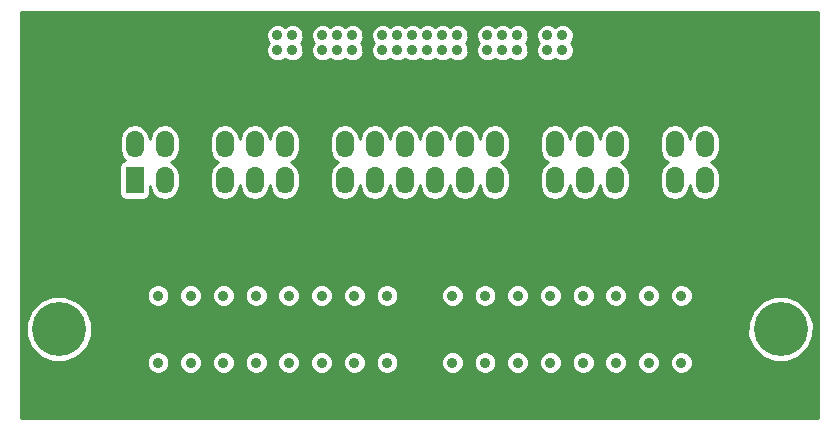
<source format=gbr>
G04 #@! TF.FileFunction,Copper,L2,Bot,Signal*
%FSLAX46Y46*%
G04 Gerber Fmt 4.6, Leading zero omitted, Abs format (unit mm)*
G04 Created by KiCad (PCBNEW 4.0.4-stable) date 2016 October 17, Monday 14:50:17*
%MOMM*%
%LPD*%
G01*
G04 APERTURE LIST*
%ADD10C,0.100000*%
%ADD11R,1.524000X2.286000*%
%ADD12O,1.524000X2.286000*%
%ADD13C,0.900000*%
%ADD14C,4.572000*%
%ADD15C,0.914400*%
%ADD16C,0.600000*%
%ADD17C,0.254000*%
G04 APERTURE END LIST*
D10*
D11*
X117419120Y-89809320D03*
D12*
X119959120Y-89809320D03*
X122499120Y-89809320D03*
X125039120Y-89809320D03*
X127579120Y-89809320D03*
X130119120Y-89809320D03*
X132659120Y-89809320D03*
X135199120Y-89809320D03*
X137739120Y-89809320D03*
X140279120Y-89809320D03*
X142819120Y-89809320D03*
X145359120Y-89809320D03*
X147899120Y-89809320D03*
X150439120Y-89809320D03*
X152979120Y-89809320D03*
X155519120Y-89809320D03*
X158059120Y-89809320D03*
X160599120Y-89809320D03*
X163139120Y-89809320D03*
X165679120Y-89809320D03*
X117419120Y-86761320D03*
X119959120Y-86761320D03*
X122499120Y-86761320D03*
X125039120Y-86761320D03*
X127579120Y-86761320D03*
X130119120Y-86761320D03*
X132659120Y-86761320D03*
X135199120Y-86761320D03*
X137739120Y-86761320D03*
X140279120Y-86761320D03*
X142819120Y-86761320D03*
X145359120Y-86761320D03*
X147899120Y-86761320D03*
X150439120Y-86761320D03*
X152979120Y-86761320D03*
X155519120Y-86761320D03*
X158059120Y-86761320D03*
X160599120Y-86761320D03*
X163139120Y-86761320D03*
X165679120Y-86761320D03*
D13*
X129499360Y-77541120D03*
X130769360Y-77541120D03*
X132039360Y-77541120D03*
X133309360Y-77541120D03*
X134579360Y-77541120D03*
X135849360Y-77541120D03*
X137119360Y-77541120D03*
X138389360Y-77541120D03*
X139659360Y-77541120D03*
X140929360Y-77541120D03*
X142199360Y-77541120D03*
X143469360Y-77541120D03*
X144739360Y-77541120D03*
X146009360Y-77541120D03*
X147279360Y-77541120D03*
X148549360Y-77541120D03*
X149819360Y-77541120D03*
X151089360Y-77541120D03*
X152359360Y-77541120D03*
X153629360Y-77541120D03*
X129499360Y-78811120D03*
X130769360Y-78811120D03*
X132039360Y-78811120D03*
X133309360Y-78811120D03*
X134579360Y-78811120D03*
X135849360Y-78811120D03*
X137119360Y-78811120D03*
X138389360Y-78811120D03*
X139659360Y-78811120D03*
X140929360Y-78811120D03*
X142199360Y-78811120D03*
X143469360Y-78811120D03*
X144739360Y-78811120D03*
X146009360Y-78811120D03*
X147279360Y-78811120D03*
X148549360Y-78811120D03*
X149819360Y-78811120D03*
X151089360Y-78811120D03*
X152359360Y-78811120D03*
X153629360Y-78811120D03*
D14*
X172105320Y-102433120D03*
X110992920Y-102433120D03*
D15*
X163697920Y-99588320D03*
X160929320Y-99588320D03*
X158160720Y-99588320D03*
X155392120Y-99588320D03*
X152623520Y-99588320D03*
X149854920Y-99588320D03*
X147086320Y-99588320D03*
X144317720Y-99588320D03*
X141549120Y-99588320D03*
X138780520Y-99588320D03*
X136011920Y-99588320D03*
X133243320Y-99588320D03*
X130474720Y-99588320D03*
X127706120Y-99588320D03*
X124937520Y-99588320D03*
X122168920Y-99588320D03*
X119400320Y-99588320D03*
X162250120Y-102433120D03*
X152623520Y-105277920D03*
X155392120Y-105277920D03*
X158160720Y-105277920D03*
X149854920Y-105277920D03*
X147086320Y-105277920D03*
X160929320Y-105277920D03*
X163697920Y-105277920D03*
X124937520Y-105277920D03*
X119400320Y-105277920D03*
X122168920Y-105277920D03*
X141549120Y-105277920D03*
X130474720Y-105277920D03*
X144317720Y-105277920D03*
X133243320Y-105277920D03*
X138780520Y-105277920D03*
X136011920Y-105277920D03*
X127706120Y-105277920D03*
X159506920Y-102433120D03*
X156738320Y-102433120D03*
X153969720Y-102433120D03*
X151226520Y-102433120D03*
X148457920Y-102433120D03*
X145689320Y-102433120D03*
X142946120Y-102433120D03*
X140152120Y-102433120D03*
X137408920Y-102433120D03*
X134640320Y-102433120D03*
X131871720Y-102433120D03*
X129128520Y-102433120D03*
X126359920Y-102433120D03*
X123591320Y-102433120D03*
X120848120Y-102433120D03*
D16*
X113515140Y-93619320D03*
X169583100Y-93619320D03*
D17*
G36*
X175256120Y-109978120D02*
X107842120Y-109978120D01*
X107842120Y-105469068D01*
X118434953Y-105469068D01*
X118581586Y-105823947D01*
X118852864Y-106095699D01*
X119207488Y-106242952D01*
X119591468Y-106243287D01*
X119946347Y-106096654D01*
X120218099Y-105825376D01*
X120365352Y-105470752D01*
X120365353Y-105469068D01*
X121203553Y-105469068D01*
X121350186Y-105823947D01*
X121621464Y-106095699D01*
X121976088Y-106242952D01*
X122360068Y-106243287D01*
X122714947Y-106096654D01*
X122986699Y-105825376D01*
X123133952Y-105470752D01*
X123133953Y-105469068D01*
X123972153Y-105469068D01*
X124118786Y-105823947D01*
X124390064Y-106095699D01*
X124744688Y-106242952D01*
X125128668Y-106243287D01*
X125483547Y-106096654D01*
X125755299Y-105825376D01*
X125902552Y-105470752D01*
X125902553Y-105469068D01*
X126740753Y-105469068D01*
X126887386Y-105823947D01*
X127158664Y-106095699D01*
X127513288Y-106242952D01*
X127897268Y-106243287D01*
X128252147Y-106096654D01*
X128523899Y-105825376D01*
X128671152Y-105470752D01*
X128671153Y-105469068D01*
X129509353Y-105469068D01*
X129655986Y-105823947D01*
X129927264Y-106095699D01*
X130281888Y-106242952D01*
X130665868Y-106243287D01*
X131020747Y-106096654D01*
X131292499Y-105825376D01*
X131439752Y-105470752D01*
X131439753Y-105469068D01*
X132277953Y-105469068D01*
X132424586Y-105823947D01*
X132695864Y-106095699D01*
X133050488Y-106242952D01*
X133434468Y-106243287D01*
X133789347Y-106096654D01*
X134061099Y-105825376D01*
X134208352Y-105470752D01*
X134208353Y-105469068D01*
X135046553Y-105469068D01*
X135193186Y-105823947D01*
X135464464Y-106095699D01*
X135819088Y-106242952D01*
X136203068Y-106243287D01*
X136557947Y-106096654D01*
X136829699Y-105825376D01*
X136976952Y-105470752D01*
X136976953Y-105469068D01*
X137815153Y-105469068D01*
X137961786Y-105823947D01*
X138233064Y-106095699D01*
X138587688Y-106242952D01*
X138971668Y-106243287D01*
X139326547Y-106096654D01*
X139598299Y-105825376D01*
X139745552Y-105470752D01*
X139745553Y-105469068D01*
X143352353Y-105469068D01*
X143498986Y-105823947D01*
X143770264Y-106095699D01*
X144124888Y-106242952D01*
X144508868Y-106243287D01*
X144863747Y-106096654D01*
X145135499Y-105825376D01*
X145282752Y-105470752D01*
X145282753Y-105469068D01*
X146120953Y-105469068D01*
X146267586Y-105823947D01*
X146538864Y-106095699D01*
X146893488Y-106242952D01*
X147277468Y-106243287D01*
X147632347Y-106096654D01*
X147904099Y-105825376D01*
X148051352Y-105470752D01*
X148051353Y-105469068D01*
X148889553Y-105469068D01*
X149036186Y-105823947D01*
X149307464Y-106095699D01*
X149662088Y-106242952D01*
X150046068Y-106243287D01*
X150400947Y-106096654D01*
X150672699Y-105825376D01*
X150819952Y-105470752D01*
X150819953Y-105469068D01*
X151658153Y-105469068D01*
X151804786Y-105823947D01*
X152076064Y-106095699D01*
X152430688Y-106242952D01*
X152814668Y-106243287D01*
X153169547Y-106096654D01*
X153441299Y-105825376D01*
X153588552Y-105470752D01*
X153588553Y-105469068D01*
X154426753Y-105469068D01*
X154573386Y-105823947D01*
X154844664Y-106095699D01*
X155199288Y-106242952D01*
X155583268Y-106243287D01*
X155938147Y-106096654D01*
X156209899Y-105825376D01*
X156357152Y-105470752D01*
X156357153Y-105469068D01*
X157195353Y-105469068D01*
X157341986Y-105823947D01*
X157613264Y-106095699D01*
X157967888Y-106242952D01*
X158351868Y-106243287D01*
X158706747Y-106096654D01*
X158978499Y-105825376D01*
X159125752Y-105470752D01*
X159125753Y-105469068D01*
X159963953Y-105469068D01*
X160110586Y-105823947D01*
X160381864Y-106095699D01*
X160736488Y-106242952D01*
X161120468Y-106243287D01*
X161475347Y-106096654D01*
X161747099Y-105825376D01*
X161894352Y-105470752D01*
X161894353Y-105469068D01*
X162732553Y-105469068D01*
X162879186Y-105823947D01*
X163150464Y-106095699D01*
X163505088Y-106242952D01*
X163889068Y-106243287D01*
X164243947Y-106096654D01*
X164515699Y-105825376D01*
X164662952Y-105470752D01*
X164663287Y-105086772D01*
X164516654Y-104731893D01*
X164245376Y-104460141D01*
X163890752Y-104312888D01*
X163506772Y-104312553D01*
X163151893Y-104459186D01*
X162880141Y-104730464D01*
X162732888Y-105085088D01*
X162732553Y-105469068D01*
X161894353Y-105469068D01*
X161894687Y-105086772D01*
X161748054Y-104731893D01*
X161476776Y-104460141D01*
X161122152Y-104312888D01*
X160738172Y-104312553D01*
X160383293Y-104459186D01*
X160111541Y-104730464D01*
X159964288Y-105085088D01*
X159963953Y-105469068D01*
X159125753Y-105469068D01*
X159126087Y-105086772D01*
X158979454Y-104731893D01*
X158708176Y-104460141D01*
X158353552Y-104312888D01*
X157969572Y-104312553D01*
X157614693Y-104459186D01*
X157342941Y-104730464D01*
X157195688Y-105085088D01*
X157195353Y-105469068D01*
X156357153Y-105469068D01*
X156357487Y-105086772D01*
X156210854Y-104731893D01*
X155939576Y-104460141D01*
X155584952Y-104312888D01*
X155200972Y-104312553D01*
X154846093Y-104459186D01*
X154574341Y-104730464D01*
X154427088Y-105085088D01*
X154426753Y-105469068D01*
X153588553Y-105469068D01*
X153588887Y-105086772D01*
X153442254Y-104731893D01*
X153170976Y-104460141D01*
X152816352Y-104312888D01*
X152432372Y-104312553D01*
X152077493Y-104459186D01*
X151805741Y-104730464D01*
X151658488Y-105085088D01*
X151658153Y-105469068D01*
X150819953Y-105469068D01*
X150820287Y-105086772D01*
X150673654Y-104731893D01*
X150402376Y-104460141D01*
X150047752Y-104312888D01*
X149663772Y-104312553D01*
X149308893Y-104459186D01*
X149037141Y-104730464D01*
X148889888Y-105085088D01*
X148889553Y-105469068D01*
X148051353Y-105469068D01*
X148051687Y-105086772D01*
X147905054Y-104731893D01*
X147633776Y-104460141D01*
X147279152Y-104312888D01*
X146895172Y-104312553D01*
X146540293Y-104459186D01*
X146268541Y-104730464D01*
X146121288Y-105085088D01*
X146120953Y-105469068D01*
X145282753Y-105469068D01*
X145283087Y-105086772D01*
X145136454Y-104731893D01*
X144865176Y-104460141D01*
X144510552Y-104312888D01*
X144126572Y-104312553D01*
X143771693Y-104459186D01*
X143499941Y-104730464D01*
X143352688Y-105085088D01*
X143352353Y-105469068D01*
X139745553Y-105469068D01*
X139745887Y-105086772D01*
X139599254Y-104731893D01*
X139327976Y-104460141D01*
X138973352Y-104312888D01*
X138589372Y-104312553D01*
X138234493Y-104459186D01*
X137962741Y-104730464D01*
X137815488Y-105085088D01*
X137815153Y-105469068D01*
X136976953Y-105469068D01*
X136977287Y-105086772D01*
X136830654Y-104731893D01*
X136559376Y-104460141D01*
X136204752Y-104312888D01*
X135820772Y-104312553D01*
X135465893Y-104459186D01*
X135194141Y-104730464D01*
X135046888Y-105085088D01*
X135046553Y-105469068D01*
X134208353Y-105469068D01*
X134208687Y-105086772D01*
X134062054Y-104731893D01*
X133790776Y-104460141D01*
X133436152Y-104312888D01*
X133052172Y-104312553D01*
X132697293Y-104459186D01*
X132425541Y-104730464D01*
X132278288Y-105085088D01*
X132277953Y-105469068D01*
X131439753Y-105469068D01*
X131440087Y-105086772D01*
X131293454Y-104731893D01*
X131022176Y-104460141D01*
X130667552Y-104312888D01*
X130283572Y-104312553D01*
X129928693Y-104459186D01*
X129656941Y-104730464D01*
X129509688Y-105085088D01*
X129509353Y-105469068D01*
X128671153Y-105469068D01*
X128671487Y-105086772D01*
X128524854Y-104731893D01*
X128253576Y-104460141D01*
X127898952Y-104312888D01*
X127514972Y-104312553D01*
X127160093Y-104459186D01*
X126888341Y-104730464D01*
X126741088Y-105085088D01*
X126740753Y-105469068D01*
X125902553Y-105469068D01*
X125902887Y-105086772D01*
X125756254Y-104731893D01*
X125484976Y-104460141D01*
X125130352Y-104312888D01*
X124746372Y-104312553D01*
X124391493Y-104459186D01*
X124119741Y-104730464D01*
X123972488Y-105085088D01*
X123972153Y-105469068D01*
X123133953Y-105469068D01*
X123134287Y-105086772D01*
X122987654Y-104731893D01*
X122716376Y-104460141D01*
X122361752Y-104312888D01*
X121977772Y-104312553D01*
X121622893Y-104459186D01*
X121351141Y-104730464D01*
X121203888Y-105085088D01*
X121203553Y-105469068D01*
X120365353Y-105469068D01*
X120365687Y-105086772D01*
X120219054Y-104731893D01*
X119947776Y-104460141D01*
X119593152Y-104312888D01*
X119209172Y-104312553D01*
X118854293Y-104459186D01*
X118582541Y-104730464D01*
X118435288Y-105085088D01*
X118434953Y-105469068D01*
X107842120Y-105469068D01*
X107842120Y-102986443D01*
X108198436Y-102986443D01*
X108622901Y-104013726D01*
X109408180Y-104800377D01*
X110434721Y-105226634D01*
X111546243Y-105227604D01*
X112573526Y-104803139D01*
X113360177Y-104017860D01*
X113786434Y-102991319D01*
X113786438Y-102986443D01*
X169310836Y-102986443D01*
X169735301Y-104013726D01*
X170520580Y-104800377D01*
X171547121Y-105226634D01*
X172658643Y-105227604D01*
X173685926Y-104803139D01*
X174472577Y-104017860D01*
X174898834Y-102991319D01*
X174899804Y-101879797D01*
X174475339Y-100852514D01*
X173690060Y-100065863D01*
X172663519Y-99639606D01*
X171551997Y-99638636D01*
X170524714Y-100063101D01*
X169738063Y-100848380D01*
X169311806Y-101874921D01*
X169310836Y-102986443D01*
X113786438Y-102986443D01*
X113787404Y-101879797D01*
X113362939Y-100852514D01*
X112577660Y-100065863D01*
X111887945Y-99779468D01*
X118434953Y-99779468D01*
X118581586Y-100134347D01*
X118852864Y-100406099D01*
X119207488Y-100553352D01*
X119591468Y-100553687D01*
X119946347Y-100407054D01*
X120218099Y-100135776D01*
X120365352Y-99781152D01*
X120365353Y-99779468D01*
X121203553Y-99779468D01*
X121350186Y-100134347D01*
X121621464Y-100406099D01*
X121976088Y-100553352D01*
X122360068Y-100553687D01*
X122714947Y-100407054D01*
X122986699Y-100135776D01*
X123133952Y-99781152D01*
X123133953Y-99779468D01*
X123972153Y-99779468D01*
X124118786Y-100134347D01*
X124390064Y-100406099D01*
X124744688Y-100553352D01*
X125128668Y-100553687D01*
X125483547Y-100407054D01*
X125755299Y-100135776D01*
X125902552Y-99781152D01*
X125902553Y-99779468D01*
X126740753Y-99779468D01*
X126887386Y-100134347D01*
X127158664Y-100406099D01*
X127513288Y-100553352D01*
X127897268Y-100553687D01*
X128252147Y-100407054D01*
X128523899Y-100135776D01*
X128671152Y-99781152D01*
X128671153Y-99779468D01*
X129509353Y-99779468D01*
X129655986Y-100134347D01*
X129927264Y-100406099D01*
X130281888Y-100553352D01*
X130665868Y-100553687D01*
X131020747Y-100407054D01*
X131292499Y-100135776D01*
X131439752Y-99781152D01*
X131439753Y-99779468D01*
X132277953Y-99779468D01*
X132424586Y-100134347D01*
X132695864Y-100406099D01*
X133050488Y-100553352D01*
X133434468Y-100553687D01*
X133789347Y-100407054D01*
X134061099Y-100135776D01*
X134208352Y-99781152D01*
X134208353Y-99779468D01*
X135046553Y-99779468D01*
X135193186Y-100134347D01*
X135464464Y-100406099D01*
X135819088Y-100553352D01*
X136203068Y-100553687D01*
X136557947Y-100407054D01*
X136829699Y-100135776D01*
X136976952Y-99781152D01*
X136976953Y-99779468D01*
X137815153Y-99779468D01*
X137961786Y-100134347D01*
X138233064Y-100406099D01*
X138587688Y-100553352D01*
X138971668Y-100553687D01*
X139326547Y-100407054D01*
X139598299Y-100135776D01*
X139745552Y-99781152D01*
X139745553Y-99779468D01*
X143352353Y-99779468D01*
X143498986Y-100134347D01*
X143770264Y-100406099D01*
X144124888Y-100553352D01*
X144508868Y-100553687D01*
X144863747Y-100407054D01*
X145135499Y-100135776D01*
X145282752Y-99781152D01*
X145282753Y-99779468D01*
X146120953Y-99779468D01*
X146267586Y-100134347D01*
X146538864Y-100406099D01*
X146893488Y-100553352D01*
X147277468Y-100553687D01*
X147632347Y-100407054D01*
X147904099Y-100135776D01*
X148051352Y-99781152D01*
X148051353Y-99779468D01*
X148889553Y-99779468D01*
X149036186Y-100134347D01*
X149307464Y-100406099D01*
X149662088Y-100553352D01*
X150046068Y-100553687D01*
X150400947Y-100407054D01*
X150672699Y-100135776D01*
X150819952Y-99781152D01*
X150819953Y-99779468D01*
X151658153Y-99779468D01*
X151804786Y-100134347D01*
X152076064Y-100406099D01*
X152430688Y-100553352D01*
X152814668Y-100553687D01*
X153169547Y-100407054D01*
X153441299Y-100135776D01*
X153588552Y-99781152D01*
X153588553Y-99779468D01*
X154426753Y-99779468D01*
X154573386Y-100134347D01*
X154844664Y-100406099D01*
X155199288Y-100553352D01*
X155583268Y-100553687D01*
X155938147Y-100407054D01*
X156209899Y-100135776D01*
X156357152Y-99781152D01*
X156357153Y-99779468D01*
X157195353Y-99779468D01*
X157341986Y-100134347D01*
X157613264Y-100406099D01*
X157967888Y-100553352D01*
X158351868Y-100553687D01*
X158706747Y-100407054D01*
X158978499Y-100135776D01*
X159125752Y-99781152D01*
X159125753Y-99779468D01*
X159963953Y-99779468D01*
X160110586Y-100134347D01*
X160381864Y-100406099D01*
X160736488Y-100553352D01*
X161120468Y-100553687D01*
X161475347Y-100407054D01*
X161747099Y-100135776D01*
X161894352Y-99781152D01*
X161894353Y-99779468D01*
X162732553Y-99779468D01*
X162879186Y-100134347D01*
X163150464Y-100406099D01*
X163505088Y-100553352D01*
X163889068Y-100553687D01*
X164243947Y-100407054D01*
X164515699Y-100135776D01*
X164662952Y-99781152D01*
X164663287Y-99397172D01*
X164516654Y-99042293D01*
X164245376Y-98770541D01*
X163890752Y-98623288D01*
X163506772Y-98622953D01*
X163151893Y-98769586D01*
X162880141Y-99040864D01*
X162732888Y-99395488D01*
X162732553Y-99779468D01*
X161894353Y-99779468D01*
X161894687Y-99397172D01*
X161748054Y-99042293D01*
X161476776Y-98770541D01*
X161122152Y-98623288D01*
X160738172Y-98622953D01*
X160383293Y-98769586D01*
X160111541Y-99040864D01*
X159964288Y-99395488D01*
X159963953Y-99779468D01*
X159125753Y-99779468D01*
X159126087Y-99397172D01*
X158979454Y-99042293D01*
X158708176Y-98770541D01*
X158353552Y-98623288D01*
X157969572Y-98622953D01*
X157614693Y-98769586D01*
X157342941Y-99040864D01*
X157195688Y-99395488D01*
X157195353Y-99779468D01*
X156357153Y-99779468D01*
X156357487Y-99397172D01*
X156210854Y-99042293D01*
X155939576Y-98770541D01*
X155584952Y-98623288D01*
X155200972Y-98622953D01*
X154846093Y-98769586D01*
X154574341Y-99040864D01*
X154427088Y-99395488D01*
X154426753Y-99779468D01*
X153588553Y-99779468D01*
X153588887Y-99397172D01*
X153442254Y-99042293D01*
X153170976Y-98770541D01*
X152816352Y-98623288D01*
X152432372Y-98622953D01*
X152077493Y-98769586D01*
X151805741Y-99040864D01*
X151658488Y-99395488D01*
X151658153Y-99779468D01*
X150819953Y-99779468D01*
X150820287Y-99397172D01*
X150673654Y-99042293D01*
X150402376Y-98770541D01*
X150047752Y-98623288D01*
X149663772Y-98622953D01*
X149308893Y-98769586D01*
X149037141Y-99040864D01*
X148889888Y-99395488D01*
X148889553Y-99779468D01*
X148051353Y-99779468D01*
X148051687Y-99397172D01*
X147905054Y-99042293D01*
X147633776Y-98770541D01*
X147279152Y-98623288D01*
X146895172Y-98622953D01*
X146540293Y-98769586D01*
X146268541Y-99040864D01*
X146121288Y-99395488D01*
X146120953Y-99779468D01*
X145282753Y-99779468D01*
X145283087Y-99397172D01*
X145136454Y-99042293D01*
X144865176Y-98770541D01*
X144510552Y-98623288D01*
X144126572Y-98622953D01*
X143771693Y-98769586D01*
X143499941Y-99040864D01*
X143352688Y-99395488D01*
X143352353Y-99779468D01*
X139745553Y-99779468D01*
X139745887Y-99397172D01*
X139599254Y-99042293D01*
X139327976Y-98770541D01*
X138973352Y-98623288D01*
X138589372Y-98622953D01*
X138234493Y-98769586D01*
X137962741Y-99040864D01*
X137815488Y-99395488D01*
X137815153Y-99779468D01*
X136976953Y-99779468D01*
X136977287Y-99397172D01*
X136830654Y-99042293D01*
X136559376Y-98770541D01*
X136204752Y-98623288D01*
X135820772Y-98622953D01*
X135465893Y-98769586D01*
X135194141Y-99040864D01*
X135046888Y-99395488D01*
X135046553Y-99779468D01*
X134208353Y-99779468D01*
X134208687Y-99397172D01*
X134062054Y-99042293D01*
X133790776Y-98770541D01*
X133436152Y-98623288D01*
X133052172Y-98622953D01*
X132697293Y-98769586D01*
X132425541Y-99040864D01*
X132278288Y-99395488D01*
X132277953Y-99779468D01*
X131439753Y-99779468D01*
X131440087Y-99397172D01*
X131293454Y-99042293D01*
X131022176Y-98770541D01*
X130667552Y-98623288D01*
X130283572Y-98622953D01*
X129928693Y-98769586D01*
X129656941Y-99040864D01*
X129509688Y-99395488D01*
X129509353Y-99779468D01*
X128671153Y-99779468D01*
X128671487Y-99397172D01*
X128524854Y-99042293D01*
X128253576Y-98770541D01*
X127898952Y-98623288D01*
X127514972Y-98622953D01*
X127160093Y-98769586D01*
X126888341Y-99040864D01*
X126741088Y-99395488D01*
X126740753Y-99779468D01*
X125902553Y-99779468D01*
X125902887Y-99397172D01*
X125756254Y-99042293D01*
X125484976Y-98770541D01*
X125130352Y-98623288D01*
X124746372Y-98622953D01*
X124391493Y-98769586D01*
X124119741Y-99040864D01*
X123972488Y-99395488D01*
X123972153Y-99779468D01*
X123133953Y-99779468D01*
X123134287Y-99397172D01*
X122987654Y-99042293D01*
X122716376Y-98770541D01*
X122361752Y-98623288D01*
X121977772Y-98622953D01*
X121622893Y-98769586D01*
X121351141Y-99040864D01*
X121203888Y-99395488D01*
X121203553Y-99779468D01*
X120365353Y-99779468D01*
X120365687Y-99397172D01*
X120219054Y-99042293D01*
X119947776Y-98770541D01*
X119593152Y-98623288D01*
X119209172Y-98622953D01*
X118854293Y-98769586D01*
X118582541Y-99040864D01*
X118435288Y-99395488D01*
X118434953Y-99779468D01*
X111887945Y-99779468D01*
X111551119Y-99639606D01*
X110439597Y-99638636D01*
X109412314Y-100063101D01*
X108625663Y-100848380D01*
X108199406Y-101874921D01*
X108198436Y-102986443D01*
X107842120Y-102986443D01*
X107842120Y-88666320D01*
X116139168Y-88666320D01*
X116139168Y-90952320D01*
X116174590Y-91140573D01*
X116285848Y-91313473D01*
X116455608Y-91429465D01*
X116657120Y-91470272D01*
X118181120Y-91470272D01*
X118369373Y-91434850D01*
X118542273Y-91323592D01*
X118658265Y-91153832D01*
X118699072Y-90952320D01*
X118699072Y-90272697D01*
X118785793Y-90708673D01*
X119061094Y-91120691D01*
X119473112Y-91395992D01*
X119959120Y-91492665D01*
X120445128Y-91395992D01*
X120857146Y-91120691D01*
X121132447Y-90708673D01*
X121229120Y-90222665D01*
X121229120Y-89395975D01*
X121132447Y-88909967D01*
X120857146Y-88497949D01*
X120538923Y-88285320D01*
X120857146Y-88072691D01*
X121132447Y-87660673D01*
X121229120Y-87174665D01*
X121229120Y-86347975D01*
X123769120Y-86347975D01*
X123769120Y-87174665D01*
X123865793Y-87660673D01*
X124141094Y-88072691D01*
X124459317Y-88285320D01*
X124141094Y-88497949D01*
X123865793Y-88909967D01*
X123769120Y-89395975D01*
X123769120Y-90222665D01*
X123865793Y-90708673D01*
X124141094Y-91120691D01*
X124553112Y-91395992D01*
X125039120Y-91492665D01*
X125525128Y-91395992D01*
X125937146Y-91120691D01*
X126212447Y-90708673D01*
X126309120Y-90222665D01*
X126405793Y-90708673D01*
X126681094Y-91120691D01*
X127093112Y-91395992D01*
X127579120Y-91492665D01*
X128065128Y-91395992D01*
X128477146Y-91120691D01*
X128752447Y-90708673D01*
X128849120Y-90222665D01*
X128945793Y-90708673D01*
X129221094Y-91120691D01*
X129633112Y-91395992D01*
X130119120Y-91492665D01*
X130605128Y-91395992D01*
X131017146Y-91120691D01*
X131292447Y-90708673D01*
X131389120Y-90222665D01*
X131389120Y-89395975D01*
X131292447Y-88909967D01*
X131017146Y-88497949D01*
X130698923Y-88285320D01*
X131017146Y-88072691D01*
X131292447Y-87660673D01*
X131389120Y-87174665D01*
X131389120Y-86347975D01*
X133929120Y-86347975D01*
X133929120Y-87174665D01*
X134025793Y-87660673D01*
X134301094Y-88072691D01*
X134619317Y-88285320D01*
X134301094Y-88497949D01*
X134025793Y-88909967D01*
X133929120Y-89395975D01*
X133929120Y-90222665D01*
X134025793Y-90708673D01*
X134301094Y-91120691D01*
X134713112Y-91395992D01*
X135199120Y-91492665D01*
X135685128Y-91395992D01*
X136097146Y-91120691D01*
X136372447Y-90708673D01*
X136469120Y-90222665D01*
X136565793Y-90708673D01*
X136841094Y-91120691D01*
X137253112Y-91395992D01*
X137739120Y-91492665D01*
X138225128Y-91395992D01*
X138637146Y-91120691D01*
X138912447Y-90708673D01*
X139009120Y-90222665D01*
X139105793Y-90708673D01*
X139381094Y-91120691D01*
X139793112Y-91395992D01*
X140279120Y-91492665D01*
X140765128Y-91395992D01*
X141177146Y-91120691D01*
X141452447Y-90708673D01*
X141549120Y-90222665D01*
X141645793Y-90708673D01*
X141921094Y-91120691D01*
X142333112Y-91395992D01*
X142819120Y-91492665D01*
X143305128Y-91395992D01*
X143717146Y-91120691D01*
X143992447Y-90708673D01*
X144089120Y-90222665D01*
X144185793Y-90708673D01*
X144461094Y-91120691D01*
X144873112Y-91395992D01*
X145359120Y-91492665D01*
X145845128Y-91395992D01*
X146257146Y-91120691D01*
X146532447Y-90708673D01*
X146629120Y-90222665D01*
X146725793Y-90708673D01*
X147001094Y-91120691D01*
X147413112Y-91395992D01*
X147899120Y-91492665D01*
X148385128Y-91395992D01*
X148797146Y-91120691D01*
X149072447Y-90708673D01*
X149169120Y-90222665D01*
X149169120Y-89395975D01*
X149072447Y-88909967D01*
X148797146Y-88497949D01*
X148478923Y-88285320D01*
X148797146Y-88072691D01*
X149072447Y-87660673D01*
X149169120Y-87174665D01*
X149169120Y-86347975D01*
X151709120Y-86347975D01*
X151709120Y-87174665D01*
X151805793Y-87660673D01*
X152081094Y-88072691D01*
X152399317Y-88285320D01*
X152081094Y-88497949D01*
X151805793Y-88909967D01*
X151709120Y-89395975D01*
X151709120Y-90222665D01*
X151805793Y-90708673D01*
X152081094Y-91120691D01*
X152493112Y-91395992D01*
X152979120Y-91492665D01*
X153465128Y-91395992D01*
X153877146Y-91120691D01*
X154152447Y-90708673D01*
X154249120Y-90222665D01*
X154345793Y-90708673D01*
X154621094Y-91120691D01*
X155033112Y-91395992D01*
X155519120Y-91492665D01*
X156005128Y-91395992D01*
X156417146Y-91120691D01*
X156692447Y-90708673D01*
X156789120Y-90222665D01*
X156885793Y-90708673D01*
X157161094Y-91120691D01*
X157573112Y-91395992D01*
X158059120Y-91492665D01*
X158545128Y-91395992D01*
X158957146Y-91120691D01*
X159232447Y-90708673D01*
X159329120Y-90222665D01*
X159329120Y-89395975D01*
X159232447Y-88909967D01*
X158957146Y-88497949D01*
X158638923Y-88285320D01*
X158957146Y-88072691D01*
X159232447Y-87660673D01*
X159329120Y-87174665D01*
X159329120Y-86347975D01*
X161869120Y-86347975D01*
X161869120Y-87174665D01*
X161965793Y-87660673D01*
X162241094Y-88072691D01*
X162559317Y-88285320D01*
X162241094Y-88497949D01*
X161965793Y-88909967D01*
X161869120Y-89395975D01*
X161869120Y-90222665D01*
X161965793Y-90708673D01*
X162241094Y-91120691D01*
X162653112Y-91395992D01*
X163139120Y-91492665D01*
X163625128Y-91395992D01*
X164037146Y-91120691D01*
X164312447Y-90708673D01*
X164409120Y-90222665D01*
X164505793Y-90708673D01*
X164781094Y-91120691D01*
X165193112Y-91395992D01*
X165679120Y-91492665D01*
X166165128Y-91395992D01*
X166577146Y-91120691D01*
X166852447Y-90708673D01*
X166949120Y-90222665D01*
X166949120Y-89395975D01*
X166852447Y-88909967D01*
X166577146Y-88497949D01*
X166258923Y-88285320D01*
X166577146Y-88072691D01*
X166852447Y-87660673D01*
X166949120Y-87174665D01*
X166949120Y-86347975D01*
X166852447Y-85861967D01*
X166577146Y-85449949D01*
X166165128Y-85174648D01*
X165679120Y-85077975D01*
X165193112Y-85174648D01*
X164781094Y-85449949D01*
X164505793Y-85861967D01*
X164409120Y-86347975D01*
X164312447Y-85861967D01*
X164037146Y-85449949D01*
X163625128Y-85174648D01*
X163139120Y-85077975D01*
X162653112Y-85174648D01*
X162241094Y-85449949D01*
X161965793Y-85861967D01*
X161869120Y-86347975D01*
X159329120Y-86347975D01*
X159232447Y-85861967D01*
X158957146Y-85449949D01*
X158545128Y-85174648D01*
X158059120Y-85077975D01*
X157573112Y-85174648D01*
X157161094Y-85449949D01*
X156885793Y-85861967D01*
X156789120Y-86347975D01*
X156692447Y-85861967D01*
X156417146Y-85449949D01*
X156005128Y-85174648D01*
X155519120Y-85077975D01*
X155033112Y-85174648D01*
X154621094Y-85449949D01*
X154345793Y-85861967D01*
X154249120Y-86347975D01*
X154152447Y-85861967D01*
X153877146Y-85449949D01*
X153465128Y-85174648D01*
X152979120Y-85077975D01*
X152493112Y-85174648D01*
X152081094Y-85449949D01*
X151805793Y-85861967D01*
X151709120Y-86347975D01*
X149169120Y-86347975D01*
X149072447Y-85861967D01*
X148797146Y-85449949D01*
X148385128Y-85174648D01*
X147899120Y-85077975D01*
X147413112Y-85174648D01*
X147001094Y-85449949D01*
X146725793Y-85861967D01*
X146629120Y-86347975D01*
X146532447Y-85861967D01*
X146257146Y-85449949D01*
X145845128Y-85174648D01*
X145359120Y-85077975D01*
X144873112Y-85174648D01*
X144461094Y-85449949D01*
X144185793Y-85861967D01*
X144089120Y-86347975D01*
X143992447Y-85861967D01*
X143717146Y-85449949D01*
X143305128Y-85174648D01*
X142819120Y-85077975D01*
X142333112Y-85174648D01*
X141921094Y-85449949D01*
X141645793Y-85861967D01*
X141549120Y-86347975D01*
X141452447Y-85861967D01*
X141177146Y-85449949D01*
X140765128Y-85174648D01*
X140279120Y-85077975D01*
X139793112Y-85174648D01*
X139381094Y-85449949D01*
X139105793Y-85861967D01*
X139009120Y-86347975D01*
X138912447Y-85861967D01*
X138637146Y-85449949D01*
X138225128Y-85174648D01*
X137739120Y-85077975D01*
X137253112Y-85174648D01*
X136841094Y-85449949D01*
X136565793Y-85861967D01*
X136469120Y-86347975D01*
X136372447Y-85861967D01*
X136097146Y-85449949D01*
X135685128Y-85174648D01*
X135199120Y-85077975D01*
X134713112Y-85174648D01*
X134301094Y-85449949D01*
X134025793Y-85861967D01*
X133929120Y-86347975D01*
X131389120Y-86347975D01*
X131292447Y-85861967D01*
X131017146Y-85449949D01*
X130605128Y-85174648D01*
X130119120Y-85077975D01*
X129633112Y-85174648D01*
X129221094Y-85449949D01*
X128945793Y-85861967D01*
X128849120Y-86347975D01*
X128752447Y-85861967D01*
X128477146Y-85449949D01*
X128065128Y-85174648D01*
X127579120Y-85077975D01*
X127093112Y-85174648D01*
X126681094Y-85449949D01*
X126405793Y-85861967D01*
X126309120Y-86347975D01*
X126212447Y-85861967D01*
X125937146Y-85449949D01*
X125525128Y-85174648D01*
X125039120Y-85077975D01*
X124553112Y-85174648D01*
X124141094Y-85449949D01*
X123865793Y-85861967D01*
X123769120Y-86347975D01*
X121229120Y-86347975D01*
X121132447Y-85861967D01*
X120857146Y-85449949D01*
X120445128Y-85174648D01*
X119959120Y-85077975D01*
X119473112Y-85174648D01*
X119061094Y-85449949D01*
X118785793Y-85861967D01*
X118689120Y-86347975D01*
X118592447Y-85861967D01*
X118317146Y-85449949D01*
X117905128Y-85174648D01*
X117419120Y-85077975D01*
X116933112Y-85174648D01*
X116521094Y-85449949D01*
X116245793Y-85861967D01*
X116149120Y-86347975D01*
X116149120Y-87174665D01*
X116245793Y-87660673D01*
X116521094Y-88072691D01*
X116639355Y-88151711D01*
X116468867Y-88183790D01*
X116295967Y-88295048D01*
X116179975Y-88464808D01*
X116139168Y-88666320D01*
X107842120Y-88666320D01*
X107842120Y-77730842D01*
X128541194Y-77730842D01*
X128686734Y-78083074D01*
X128779544Y-78176046D01*
X128687681Y-78267748D01*
X128541527Y-78619726D01*
X128541194Y-79000842D01*
X128686734Y-79353074D01*
X128955988Y-79622799D01*
X129307966Y-79768953D01*
X129689082Y-79769286D01*
X130041314Y-79623746D01*
X130134286Y-79530936D01*
X130225988Y-79622799D01*
X130577966Y-79768953D01*
X130959082Y-79769286D01*
X131311314Y-79623746D01*
X131581039Y-79354492D01*
X131727193Y-79002514D01*
X131727526Y-78621398D01*
X131581986Y-78269166D01*
X131489176Y-78176194D01*
X131581039Y-78084492D01*
X131727193Y-77732514D01*
X131727194Y-77730842D01*
X132351194Y-77730842D01*
X132496734Y-78083074D01*
X132589544Y-78176046D01*
X132497681Y-78267748D01*
X132351527Y-78619726D01*
X132351194Y-79000842D01*
X132496734Y-79353074D01*
X132765988Y-79622799D01*
X133117966Y-79768953D01*
X133499082Y-79769286D01*
X133851314Y-79623746D01*
X133944286Y-79530936D01*
X134035988Y-79622799D01*
X134387966Y-79768953D01*
X134769082Y-79769286D01*
X135121314Y-79623746D01*
X135214286Y-79530936D01*
X135305988Y-79622799D01*
X135657966Y-79768953D01*
X136039082Y-79769286D01*
X136391314Y-79623746D01*
X136661039Y-79354492D01*
X136807193Y-79002514D01*
X136807526Y-78621398D01*
X136661986Y-78269166D01*
X136569176Y-78176194D01*
X136661039Y-78084492D01*
X136807193Y-77732514D01*
X136807194Y-77730842D01*
X137431194Y-77730842D01*
X137576734Y-78083074D01*
X137669544Y-78176046D01*
X137577681Y-78267748D01*
X137431527Y-78619726D01*
X137431194Y-79000842D01*
X137576734Y-79353074D01*
X137845988Y-79622799D01*
X138197966Y-79768953D01*
X138579082Y-79769286D01*
X138931314Y-79623746D01*
X139024286Y-79530936D01*
X139115988Y-79622799D01*
X139467966Y-79768953D01*
X139849082Y-79769286D01*
X140201314Y-79623746D01*
X140294286Y-79530936D01*
X140385988Y-79622799D01*
X140737966Y-79768953D01*
X141119082Y-79769286D01*
X141471314Y-79623746D01*
X141564286Y-79530936D01*
X141655988Y-79622799D01*
X142007966Y-79768953D01*
X142389082Y-79769286D01*
X142741314Y-79623746D01*
X142834286Y-79530936D01*
X142925988Y-79622799D01*
X143277966Y-79768953D01*
X143659082Y-79769286D01*
X144011314Y-79623746D01*
X144104286Y-79530936D01*
X144195988Y-79622799D01*
X144547966Y-79768953D01*
X144929082Y-79769286D01*
X145281314Y-79623746D01*
X145551039Y-79354492D01*
X145697193Y-79002514D01*
X145697526Y-78621398D01*
X145551986Y-78269166D01*
X145459176Y-78176194D01*
X145551039Y-78084492D01*
X145697193Y-77732514D01*
X145697194Y-77730842D01*
X146321194Y-77730842D01*
X146466734Y-78083074D01*
X146559544Y-78176046D01*
X146467681Y-78267748D01*
X146321527Y-78619726D01*
X146321194Y-79000842D01*
X146466734Y-79353074D01*
X146735988Y-79622799D01*
X147087966Y-79768953D01*
X147469082Y-79769286D01*
X147821314Y-79623746D01*
X147914286Y-79530936D01*
X148005988Y-79622799D01*
X148357966Y-79768953D01*
X148739082Y-79769286D01*
X149091314Y-79623746D01*
X149184286Y-79530936D01*
X149275988Y-79622799D01*
X149627966Y-79768953D01*
X150009082Y-79769286D01*
X150361314Y-79623746D01*
X150631039Y-79354492D01*
X150777193Y-79002514D01*
X150777526Y-78621398D01*
X150631986Y-78269166D01*
X150539176Y-78176194D01*
X150631039Y-78084492D01*
X150777193Y-77732514D01*
X150777194Y-77730842D01*
X151401194Y-77730842D01*
X151546734Y-78083074D01*
X151639544Y-78176046D01*
X151547681Y-78267748D01*
X151401527Y-78619726D01*
X151401194Y-79000842D01*
X151546734Y-79353074D01*
X151815988Y-79622799D01*
X152167966Y-79768953D01*
X152549082Y-79769286D01*
X152901314Y-79623746D01*
X152994286Y-79530936D01*
X153085988Y-79622799D01*
X153437966Y-79768953D01*
X153819082Y-79769286D01*
X154171314Y-79623746D01*
X154441039Y-79354492D01*
X154587193Y-79002514D01*
X154587526Y-78621398D01*
X154441986Y-78269166D01*
X154349176Y-78176194D01*
X154441039Y-78084492D01*
X154587193Y-77732514D01*
X154587526Y-77351398D01*
X154441986Y-76999166D01*
X154172732Y-76729441D01*
X153820754Y-76583287D01*
X153439638Y-76582954D01*
X153087406Y-76728494D01*
X152994434Y-76821304D01*
X152902732Y-76729441D01*
X152550754Y-76583287D01*
X152169638Y-76582954D01*
X151817406Y-76728494D01*
X151547681Y-76997748D01*
X151401527Y-77349726D01*
X151401194Y-77730842D01*
X150777194Y-77730842D01*
X150777526Y-77351398D01*
X150631986Y-76999166D01*
X150362732Y-76729441D01*
X150010754Y-76583287D01*
X149629638Y-76582954D01*
X149277406Y-76728494D01*
X149184434Y-76821304D01*
X149092732Y-76729441D01*
X148740754Y-76583287D01*
X148359638Y-76582954D01*
X148007406Y-76728494D01*
X147914434Y-76821304D01*
X147822732Y-76729441D01*
X147470754Y-76583287D01*
X147089638Y-76582954D01*
X146737406Y-76728494D01*
X146467681Y-76997748D01*
X146321527Y-77349726D01*
X146321194Y-77730842D01*
X145697194Y-77730842D01*
X145697526Y-77351398D01*
X145551986Y-76999166D01*
X145282732Y-76729441D01*
X144930754Y-76583287D01*
X144549638Y-76582954D01*
X144197406Y-76728494D01*
X144104434Y-76821304D01*
X144012732Y-76729441D01*
X143660754Y-76583287D01*
X143279638Y-76582954D01*
X142927406Y-76728494D01*
X142834434Y-76821304D01*
X142742732Y-76729441D01*
X142390754Y-76583287D01*
X142009638Y-76582954D01*
X141657406Y-76728494D01*
X141564434Y-76821304D01*
X141472732Y-76729441D01*
X141120754Y-76583287D01*
X140739638Y-76582954D01*
X140387406Y-76728494D01*
X140294434Y-76821304D01*
X140202732Y-76729441D01*
X139850754Y-76583287D01*
X139469638Y-76582954D01*
X139117406Y-76728494D01*
X139024434Y-76821304D01*
X138932732Y-76729441D01*
X138580754Y-76583287D01*
X138199638Y-76582954D01*
X137847406Y-76728494D01*
X137577681Y-76997748D01*
X137431527Y-77349726D01*
X137431194Y-77730842D01*
X136807194Y-77730842D01*
X136807526Y-77351398D01*
X136661986Y-76999166D01*
X136392732Y-76729441D01*
X136040754Y-76583287D01*
X135659638Y-76582954D01*
X135307406Y-76728494D01*
X135214434Y-76821304D01*
X135122732Y-76729441D01*
X134770754Y-76583287D01*
X134389638Y-76582954D01*
X134037406Y-76728494D01*
X133944434Y-76821304D01*
X133852732Y-76729441D01*
X133500754Y-76583287D01*
X133119638Y-76582954D01*
X132767406Y-76728494D01*
X132497681Y-76997748D01*
X132351527Y-77349726D01*
X132351194Y-77730842D01*
X131727194Y-77730842D01*
X131727526Y-77351398D01*
X131581986Y-76999166D01*
X131312732Y-76729441D01*
X130960754Y-76583287D01*
X130579638Y-76582954D01*
X130227406Y-76728494D01*
X130134434Y-76821304D01*
X130042732Y-76729441D01*
X129690754Y-76583287D01*
X129309638Y-76582954D01*
X128957406Y-76728494D01*
X128687681Y-76997748D01*
X128541527Y-77349726D01*
X128541194Y-77730842D01*
X107842120Y-77730842D01*
X107842120Y-75584120D01*
X175256120Y-75584120D01*
X175256120Y-109978120D01*
X175256120Y-109978120D01*
G37*
X175256120Y-109978120D02*
X107842120Y-109978120D01*
X107842120Y-105469068D01*
X118434953Y-105469068D01*
X118581586Y-105823947D01*
X118852864Y-106095699D01*
X119207488Y-106242952D01*
X119591468Y-106243287D01*
X119946347Y-106096654D01*
X120218099Y-105825376D01*
X120365352Y-105470752D01*
X120365353Y-105469068D01*
X121203553Y-105469068D01*
X121350186Y-105823947D01*
X121621464Y-106095699D01*
X121976088Y-106242952D01*
X122360068Y-106243287D01*
X122714947Y-106096654D01*
X122986699Y-105825376D01*
X123133952Y-105470752D01*
X123133953Y-105469068D01*
X123972153Y-105469068D01*
X124118786Y-105823947D01*
X124390064Y-106095699D01*
X124744688Y-106242952D01*
X125128668Y-106243287D01*
X125483547Y-106096654D01*
X125755299Y-105825376D01*
X125902552Y-105470752D01*
X125902553Y-105469068D01*
X126740753Y-105469068D01*
X126887386Y-105823947D01*
X127158664Y-106095699D01*
X127513288Y-106242952D01*
X127897268Y-106243287D01*
X128252147Y-106096654D01*
X128523899Y-105825376D01*
X128671152Y-105470752D01*
X128671153Y-105469068D01*
X129509353Y-105469068D01*
X129655986Y-105823947D01*
X129927264Y-106095699D01*
X130281888Y-106242952D01*
X130665868Y-106243287D01*
X131020747Y-106096654D01*
X131292499Y-105825376D01*
X131439752Y-105470752D01*
X131439753Y-105469068D01*
X132277953Y-105469068D01*
X132424586Y-105823947D01*
X132695864Y-106095699D01*
X133050488Y-106242952D01*
X133434468Y-106243287D01*
X133789347Y-106096654D01*
X134061099Y-105825376D01*
X134208352Y-105470752D01*
X134208353Y-105469068D01*
X135046553Y-105469068D01*
X135193186Y-105823947D01*
X135464464Y-106095699D01*
X135819088Y-106242952D01*
X136203068Y-106243287D01*
X136557947Y-106096654D01*
X136829699Y-105825376D01*
X136976952Y-105470752D01*
X136976953Y-105469068D01*
X137815153Y-105469068D01*
X137961786Y-105823947D01*
X138233064Y-106095699D01*
X138587688Y-106242952D01*
X138971668Y-106243287D01*
X139326547Y-106096654D01*
X139598299Y-105825376D01*
X139745552Y-105470752D01*
X139745553Y-105469068D01*
X143352353Y-105469068D01*
X143498986Y-105823947D01*
X143770264Y-106095699D01*
X144124888Y-106242952D01*
X144508868Y-106243287D01*
X144863747Y-106096654D01*
X145135499Y-105825376D01*
X145282752Y-105470752D01*
X145282753Y-105469068D01*
X146120953Y-105469068D01*
X146267586Y-105823947D01*
X146538864Y-106095699D01*
X146893488Y-106242952D01*
X147277468Y-106243287D01*
X147632347Y-106096654D01*
X147904099Y-105825376D01*
X148051352Y-105470752D01*
X148051353Y-105469068D01*
X148889553Y-105469068D01*
X149036186Y-105823947D01*
X149307464Y-106095699D01*
X149662088Y-106242952D01*
X150046068Y-106243287D01*
X150400947Y-106096654D01*
X150672699Y-105825376D01*
X150819952Y-105470752D01*
X150819953Y-105469068D01*
X151658153Y-105469068D01*
X151804786Y-105823947D01*
X152076064Y-106095699D01*
X152430688Y-106242952D01*
X152814668Y-106243287D01*
X153169547Y-106096654D01*
X153441299Y-105825376D01*
X153588552Y-105470752D01*
X153588553Y-105469068D01*
X154426753Y-105469068D01*
X154573386Y-105823947D01*
X154844664Y-106095699D01*
X155199288Y-106242952D01*
X155583268Y-106243287D01*
X155938147Y-106096654D01*
X156209899Y-105825376D01*
X156357152Y-105470752D01*
X156357153Y-105469068D01*
X157195353Y-105469068D01*
X157341986Y-105823947D01*
X157613264Y-106095699D01*
X157967888Y-106242952D01*
X158351868Y-106243287D01*
X158706747Y-106096654D01*
X158978499Y-105825376D01*
X159125752Y-105470752D01*
X159125753Y-105469068D01*
X159963953Y-105469068D01*
X160110586Y-105823947D01*
X160381864Y-106095699D01*
X160736488Y-106242952D01*
X161120468Y-106243287D01*
X161475347Y-106096654D01*
X161747099Y-105825376D01*
X161894352Y-105470752D01*
X161894353Y-105469068D01*
X162732553Y-105469068D01*
X162879186Y-105823947D01*
X163150464Y-106095699D01*
X163505088Y-106242952D01*
X163889068Y-106243287D01*
X164243947Y-106096654D01*
X164515699Y-105825376D01*
X164662952Y-105470752D01*
X164663287Y-105086772D01*
X164516654Y-104731893D01*
X164245376Y-104460141D01*
X163890752Y-104312888D01*
X163506772Y-104312553D01*
X163151893Y-104459186D01*
X162880141Y-104730464D01*
X162732888Y-105085088D01*
X162732553Y-105469068D01*
X161894353Y-105469068D01*
X161894687Y-105086772D01*
X161748054Y-104731893D01*
X161476776Y-104460141D01*
X161122152Y-104312888D01*
X160738172Y-104312553D01*
X160383293Y-104459186D01*
X160111541Y-104730464D01*
X159964288Y-105085088D01*
X159963953Y-105469068D01*
X159125753Y-105469068D01*
X159126087Y-105086772D01*
X158979454Y-104731893D01*
X158708176Y-104460141D01*
X158353552Y-104312888D01*
X157969572Y-104312553D01*
X157614693Y-104459186D01*
X157342941Y-104730464D01*
X157195688Y-105085088D01*
X157195353Y-105469068D01*
X156357153Y-105469068D01*
X156357487Y-105086772D01*
X156210854Y-104731893D01*
X155939576Y-104460141D01*
X155584952Y-104312888D01*
X155200972Y-104312553D01*
X154846093Y-104459186D01*
X154574341Y-104730464D01*
X154427088Y-105085088D01*
X154426753Y-105469068D01*
X153588553Y-105469068D01*
X153588887Y-105086772D01*
X153442254Y-104731893D01*
X153170976Y-104460141D01*
X152816352Y-104312888D01*
X152432372Y-104312553D01*
X152077493Y-104459186D01*
X151805741Y-104730464D01*
X151658488Y-105085088D01*
X151658153Y-105469068D01*
X150819953Y-105469068D01*
X150820287Y-105086772D01*
X150673654Y-104731893D01*
X150402376Y-104460141D01*
X150047752Y-104312888D01*
X149663772Y-104312553D01*
X149308893Y-104459186D01*
X149037141Y-104730464D01*
X148889888Y-105085088D01*
X148889553Y-105469068D01*
X148051353Y-105469068D01*
X148051687Y-105086772D01*
X147905054Y-104731893D01*
X147633776Y-104460141D01*
X147279152Y-104312888D01*
X146895172Y-104312553D01*
X146540293Y-104459186D01*
X146268541Y-104730464D01*
X146121288Y-105085088D01*
X146120953Y-105469068D01*
X145282753Y-105469068D01*
X145283087Y-105086772D01*
X145136454Y-104731893D01*
X144865176Y-104460141D01*
X144510552Y-104312888D01*
X144126572Y-104312553D01*
X143771693Y-104459186D01*
X143499941Y-104730464D01*
X143352688Y-105085088D01*
X143352353Y-105469068D01*
X139745553Y-105469068D01*
X139745887Y-105086772D01*
X139599254Y-104731893D01*
X139327976Y-104460141D01*
X138973352Y-104312888D01*
X138589372Y-104312553D01*
X138234493Y-104459186D01*
X137962741Y-104730464D01*
X137815488Y-105085088D01*
X137815153Y-105469068D01*
X136976953Y-105469068D01*
X136977287Y-105086772D01*
X136830654Y-104731893D01*
X136559376Y-104460141D01*
X136204752Y-104312888D01*
X135820772Y-104312553D01*
X135465893Y-104459186D01*
X135194141Y-104730464D01*
X135046888Y-105085088D01*
X135046553Y-105469068D01*
X134208353Y-105469068D01*
X134208687Y-105086772D01*
X134062054Y-104731893D01*
X133790776Y-104460141D01*
X133436152Y-104312888D01*
X133052172Y-104312553D01*
X132697293Y-104459186D01*
X132425541Y-104730464D01*
X132278288Y-105085088D01*
X132277953Y-105469068D01*
X131439753Y-105469068D01*
X131440087Y-105086772D01*
X131293454Y-104731893D01*
X131022176Y-104460141D01*
X130667552Y-104312888D01*
X130283572Y-104312553D01*
X129928693Y-104459186D01*
X129656941Y-104730464D01*
X129509688Y-105085088D01*
X129509353Y-105469068D01*
X128671153Y-105469068D01*
X128671487Y-105086772D01*
X128524854Y-104731893D01*
X128253576Y-104460141D01*
X127898952Y-104312888D01*
X127514972Y-104312553D01*
X127160093Y-104459186D01*
X126888341Y-104730464D01*
X126741088Y-105085088D01*
X126740753Y-105469068D01*
X125902553Y-105469068D01*
X125902887Y-105086772D01*
X125756254Y-104731893D01*
X125484976Y-104460141D01*
X125130352Y-104312888D01*
X124746372Y-104312553D01*
X124391493Y-104459186D01*
X124119741Y-104730464D01*
X123972488Y-105085088D01*
X123972153Y-105469068D01*
X123133953Y-105469068D01*
X123134287Y-105086772D01*
X122987654Y-104731893D01*
X122716376Y-104460141D01*
X122361752Y-104312888D01*
X121977772Y-104312553D01*
X121622893Y-104459186D01*
X121351141Y-104730464D01*
X121203888Y-105085088D01*
X121203553Y-105469068D01*
X120365353Y-105469068D01*
X120365687Y-105086772D01*
X120219054Y-104731893D01*
X119947776Y-104460141D01*
X119593152Y-104312888D01*
X119209172Y-104312553D01*
X118854293Y-104459186D01*
X118582541Y-104730464D01*
X118435288Y-105085088D01*
X118434953Y-105469068D01*
X107842120Y-105469068D01*
X107842120Y-102986443D01*
X108198436Y-102986443D01*
X108622901Y-104013726D01*
X109408180Y-104800377D01*
X110434721Y-105226634D01*
X111546243Y-105227604D01*
X112573526Y-104803139D01*
X113360177Y-104017860D01*
X113786434Y-102991319D01*
X113786438Y-102986443D01*
X169310836Y-102986443D01*
X169735301Y-104013726D01*
X170520580Y-104800377D01*
X171547121Y-105226634D01*
X172658643Y-105227604D01*
X173685926Y-104803139D01*
X174472577Y-104017860D01*
X174898834Y-102991319D01*
X174899804Y-101879797D01*
X174475339Y-100852514D01*
X173690060Y-100065863D01*
X172663519Y-99639606D01*
X171551997Y-99638636D01*
X170524714Y-100063101D01*
X169738063Y-100848380D01*
X169311806Y-101874921D01*
X169310836Y-102986443D01*
X113786438Y-102986443D01*
X113787404Y-101879797D01*
X113362939Y-100852514D01*
X112577660Y-100065863D01*
X111887945Y-99779468D01*
X118434953Y-99779468D01*
X118581586Y-100134347D01*
X118852864Y-100406099D01*
X119207488Y-100553352D01*
X119591468Y-100553687D01*
X119946347Y-100407054D01*
X120218099Y-100135776D01*
X120365352Y-99781152D01*
X120365353Y-99779468D01*
X121203553Y-99779468D01*
X121350186Y-100134347D01*
X121621464Y-100406099D01*
X121976088Y-100553352D01*
X122360068Y-100553687D01*
X122714947Y-100407054D01*
X122986699Y-100135776D01*
X123133952Y-99781152D01*
X123133953Y-99779468D01*
X123972153Y-99779468D01*
X124118786Y-100134347D01*
X124390064Y-100406099D01*
X124744688Y-100553352D01*
X125128668Y-100553687D01*
X125483547Y-100407054D01*
X125755299Y-100135776D01*
X125902552Y-99781152D01*
X125902553Y-99779468D01*
X126740753Y-99779468D01*
X126887386Y-100134347D01*
X127158664Y-100406099D01*
X127513288Y-100553352D01*
X127897268Y-100553687D01*
X128252147Y-100407054D01*
X128523899Y-100135776D01*
X128671152Y-99781152D01*
X128671153Y-99779468D01*
X129509353Y-99779468D01*
X129655986Y-100134347D01*
X129927264Y-100406099D01*
X130281888Y-100553352D01*
X130665868Y-100553687D01*
X131020747Y-100407054D01*
X131292499Y-100135776D01*
X131439752Y-99781152D01*
X131439753Y-99779468D01*
X132277953Y-99779468D01*
X132424586Y-100134347D01*
X132695864Y-100406099D01*
X133050488Y-100553352D01*
X133434468Y-100553687D01*
X133789347Y-100407054D01*
X134061099Y-100135776D01*
X134208352Y-99781152D01*
X134208353Y-99779468D01*
X135046553Y-99779468D01*
X135193186Y-100134347D01*
X135464464Y-100406099D01*
X135819088Y-100553352D01*
X136203068Y-100553687D01*
X136557947Y-100407054D01*
X136829699Y-100135776D01*
X136976952Y-99781152D01*
X136976953Y-99779468D01*
X137815153Y-99779468D01*
X137961786Y-100134347D01*
X138233064Y-100406099D01*
X138587688Y-100553352D01*
X138971668Y-100553687D01*
X139326547Y-100407054D01*
X139598299Y-100135776D01*
X139745552Y-99781152D01*
X139745553Y-99779468D01*
X143352353Y-99779468D01*
X143498986Y-100134347D01*
X143770264Y-100406099D01*
X144124888Y-100553352D01*
X144508868Y-100553687D01*
X144863747Y-100407054D01*
X145135499Y-100135776D01*
X145282752Y-99781152D01*
X145282753Y-99779468D01*
X146120953Y-99779468D01*
X146267586Y-100134347D01*
X146538864Y-100406099D01*
X146893488Y-100553352D01*
X147277468Y-100553687D01*
X147632347Y-100407054D01*
X147904099Y-100135776D01*
X148051352Y-99781152D01*
X148051353Y-99779468D01*
X148889553Y-99779468D01*
X149036186Y-100134347D01*
X149307464Y-100406099D01*
X149662088Y-100553352D01*
X150046068Y-100553687D01*
X150400947Y-100407054D01*
X150672699Y-100135776D01*
X150819952Y-99781152D01*
X150819953Y-99779468D01*
X151658153Y-99779468D01*
X151804786Y-100134347D01*
X152076064Y-100406099D01*
X152430688Y-100553352D01*
X152814668Y-100553687D01*
X153169547Y-100407054D01*
X153441299Y-100135776D01*
X153588552Y-99781152D01*
X153588553Y-99779468D01*
X154426753Y-99779468D01*
X154573386Y-100134347D01*
X154844664Y-100406099D01*
X155199288Y-100553352D01*
X155583268Y-100553687D01*
X155938147Y-100407054D01*
X156209899Y-100135776D01*
X156357152Y-99781152D01*
X156357153Y-99779468D01*
X157195353Y-99779468D01*
X157341986Y-100134347D01*
X157613264Y-100406099D01*
X157967888Y-100553352D01*
X158351868Y-100553687D01*
X158706747Y-100407054D01*
X158978499Y-100135776D01*
X159125752Y-99781152D01*
X159125753Y-99779468D01*
X159963953Y-99779468D01*
X160110586Y-100134347D01*
X160381864Y-100406099D01*
X160736488Y-100553352D01*
X161120468Y-100553687D01*
X161475347Y-100407054D01*
X161747099Y-100135776D01*
X161894352Y-99781152D01*
X161894353Y-99779468D01*
X162732553Y-99779468D01*
X162879186Y-100134347D01*
X163150464Y-100406099D01*
X163505088Y-100553352D01*
X163889068Y-100553687D01*
X164243947Y-100407054D01*
X164515699Y-100135776D01*
X164662952Y-99781152D01*
X164663287Y-99397172D01*
X164516654Y-99042293D01*
X164245376Y-98770541D01*
X163890752Y-98623288D01*
X163506772Y-98622953D01*
X163151893Y-98769586D01*
X162880141Y-99040864D01*
X162732888Y-99395488D01*
X162732553Y-99779468D01*
X161894353Y-99779468D01*
X161894687Y-99397172D01*
X161748054Y-99042293D01*
X161476776Y-98770541D01*
X161122152Y-98623288D01*
X160738172Y-98622953D01*
X160383293Y-98769586D01*
X160111541Y-99040864D01*
X159964288Y-99395488D01*
X159963953Y-99779468D01*
X159125753Y-99779468D01*
X159126087Y-99397172D01*
X158979454Y-99042293D01*
X158708176Y-98770541D01*
X158353552Y-98623288D01*
X157969572Y-98622953D01*
X157614693Y-98769586D01*
X157342941Y-99040864D01*
X157195688Y-99395488D01*
X157195353Y-99779468D01*
X156357153Y-99779468D01*
X156357487Y-99397172D01*
X156210854Y-99042293D01*
X155939576Y-98770541D01*
X155584952Y-98623288D01*
X155200972Y-98622953D01*
X154846093Y-98769586D01*
X154574341Y-99040864D01*
X154427088Y-99395488D01*
X154426753Y-99779468D01*
X153588553Y-99779468D01*
X153588887Y-99397172D01*
X153442254Y-99042293D01*
X153170976Y-98770541D01*
X152816352Y-98623288D01*
X152432372Y-98622953D01*
X152077493Y-98769586D01*
X151805741Y-99040864D01*
X151658488Y-99395488D01*
X151658153Y-99779468D01*
X150819953Y-99779468D01*
X150820287Y-99397172D01*
X150673654Y-99042293D01*
X150402376Y-98770541D01*
X150047752Y-98623288D01*
X149663772Y-98622953D01*
X149308893Y-98769586D01*
X149037141Y-99040864D01*
X148889888Y-99395488D01*
X148889553Y-99779468D01*
X148051353Y-99779468D01*
X148051687Y-99397172D01*
X147905054Y-99042293D01*
X147633776Y-98770541D01*
X147279152Y-98623288D01*
X146895172Y-98622953D01*
X146540293Y-98769586D01*
X146268541Y-99040864D01*
X146121288Y-99395488D01*
X146120953Y-99779468D01*
X145282753Y-99779468D01*
X145283087Y-99397172D01*
X145136454Y-99042293D01*
X144865176Y-98770541D01*
X144510552Y-98623288D01*
X144126572Y-98622953D01*
X143771693Y-98769586D01*
X143499941Y-99040864D01*
X143352688Y-99395488D01*
X143352353Y-99779468D01*
X139745553Y-99779468D01*
X139745887Y-99397172D01*
X139599254Y-99042293D01*
X139327976Y-98770541D01*
X138973352Y-98623288D01*
X138589372Y-98622953D01*
X138234493Y-98769586D01*
X137962741Y-99040864D01*
X137815488Y-99395488D01*
X137815153Y-99779468D01*
X136976953Y-99779468D01*
X136977287Y-99397172D01*
X136830654Y-99042293D01*
X136559376Y-98770541D01*
X136204752Y-98623288D01*
X135820772Y-98622953D01*
X135465893Y-98769586D01*
X135194141Y-99040864D01*
X135046888Y-99395488D01*
X135046553Y-99779468D01*
X134208353Y-99779468D01*
X134208687Y-99397172D01*
X134062054Y-99042293D01*
X133790776Y-98770541D01*
X133436152Y-98623288D01*
X133052172Y-98622953D01*
X132697293Y-98769586D01*
X132425541Y-99040864D01*
X132278288Y-99395488D01*
X132277953Y-99779468D01*
X131439753Y-99779468D01*
X131440087Y-99397172D01*
X131293454Y-99042293D01*
X131022176Y-98770541D01*
X130667552Y-98623288D01*
X130283572Y-98622953D01*
X129928693Y-98769586D01*
X129656941Y-99040864D01*
X129509688Y-99395488D01*
X129509353Y-99779468D01*
X128671153Y-99779468D01*
X128671487Y-99397172D01*
X128524854Y-99042293D01*
X128253576Y-98770541D01*
X127898952Y-98623288D01*
X127514972Y-98622953D01*
X127160093Y-98769586D01*
X126888341Y-99040864D01*
X126741088Y-99395488D01*
X126740753Y-99779468D01*
X125902553Y-99779468D01*
X125902887Y-99397172D01*
X125756254Y-99042293D01*
X125484976Y-98770541D01*
X125130352Y-98623288D01*
X124746372Y-98622953D01*
X124391493Y-98769586D01*
X124119741Y-99040864D01*
X123972488Y-99395488D01*
X123972153Y-99779468D01*
X123133953Y-99779468D01*
X123134287Y-99397172D01*
X122987654Y-99042293D01*
X122716376Y-98770541D01*
X122361752Y-98623288D01*
X121977772Y-98622953D01*
X121622893Y-98769586D01*
X121351141Y-99040864D01*
X121203888Y-99395488D01*
X121203553Y-99779468D01*
X120365353Y-99779468D01*
X120365687Y-99397172D01*
X120219054Y-99042293D01*
X119947776Y-98770541D01*
X119593152Y-98623288D01*
X119209172Y-98622953D01*
X118854293Y-98769586D01*
X118582541Y-99040864D01*
X118435288Y-99395488D01*
X118434953Y-99779468D01*
X111887945Y-99779468D01*
X111551119Y-99639606D01*
X110439597Y-99638636D01*
X109412314Y-100063101D01*
X108625663Y-100848380D01*
X108199406Y-101874921D01*
X108198436Y-102986443D01*
X107842120Y-102986443D01*
X107842120Y-88666320D01*
X116139168Y-88666320D01*
X116139168Y-90952320D01*
X116174590Y-91140573D01*
X116285848Y-91313473D01*
X116455608Y-91429465D01*
X116657120Y-91470272D01*
X118181120Y-91470272D01*
X118369373Y-91434850D01*
X118542273Y-91323592D01*
X118658265Y-91153832D01*
X118699072Y-90952320D01*
X118699072Y-90272697D01*
X118785793Y-90708673D01*
X119061094Y-91120691D01*
X119473112Y-91395992D01*
X119959120Y-91492665D01*
X120445128Y-91395992D01*
X120857146Y-91120691D01*
X121132447Y-90708673D01*
X121229120Y-90222665D01*
X121229120Y-89395975D01*
X121132447Y-88909967D01*
X120857146Y-88497949D01*
X120538923Y-88285320D01*
X120857146Y-88072691D01*
X121132447Y-87660673D01*
X121229120Y-87174665D01*
X121229120Y-86347975D01*
X123769120Y-86347975D01*
X123769120Y-87174665D01*
X123865793Y-87660673D01*
X124141094Y-88072691D01*
X124459317Y-88285320D01*
X124141094Y-88497949D01*
X123865793Y-88909967D01*
X123769120Y-89395975D01*
X123769120Y-90222665D01*
X123865793Y-90708673D01*
X124141094Y-91120691D01*
X124553112Y-91395992D01*
X125039120Y-91492665D01*
X125525128Y-91395992D01*
X125937146Y-91120691D01*
X126212447Y-90708673D01*
X126309120Y-90222665D01*
X126405793Y-90708673D01*
X126681094Y-91120691D01*
X127093112Y-91395992D01*
X127579120Y-91492665D01*
X128065128Y-91395992D01*
X128477146Y-91120691D01*
X128752447Y-90708673D01*
X128849120Y-90222665D01*
X128945793Y-90708673D01*
X129221094Y-91120691D01*
X129633112Y-91395992D01*
X130119120Y-91492665D01*
X130605128Y-91395992D01*
X131017146Y-91120691D01*
X131292447Y-90708673D01*
X131389120Y-90222665D01*
X131389120Y-89395975D01*
X131292447Y-88909967D01*
X131017146Y-88497949D01*
X130698923Y-88285320D01*
X131017146Y-88072691D01*
X131292447Y-87660673D01*
X131389120Y-87174665D01*
X131389120Y-86347975D01*
X133929120Y-86347975D01*
X133929120Y-87174665D01*
X134025793Y-87660673D01*
X134301094Y-88072691D01*
X134619317Y-88285320D01*
X134301094Y-88497949D01*
X134025793Y-88909967D01*
X133929120Y-89395975D01*
X133929120Y-90222665D01*
X134025793Y-90708673D01*
X134301094Y-91120691D01*
X134713112Y-91395992D01*
X135199120Y-91492665D01*
X135685128Y-91395992D01*
X136097146Y-91120691D01*
X136372447Y-90708673D01*
X136469120Y-90222665D01*
X136565793Y-90708673D01*
X136841094Y-91120691D01*
X137253112Y-91395992D01*
X137739120Y-91492665D01*
X138225128Y-91395992D01*
X138637146Y-91120691D01*
X138912447Y-90708673D01*
X139009120Y-90222665D01*
X139105793Y-90708673D01*
X139381094Y-91120691D01*
X139793112Y-91395992D01*
X140279120Y-91492665D01*
X140765128Y-91395992D01*
X141177146Y-91120691D01*
X141452447Y-90708673D01*
X141549120Y-90222665D01*
X141645793Y-90708673D01*
X141921094Y-91120691D01*
X142333112Y-91395992D01*
X142819120Y-91492665D01*
X143305128Y-91395992D01*
X143717146Y-91120691D01*
X143992447Y-90708673D01*
X144089120Y-90222665D01*
X144185793Y-90708673D01*
X144461094Y-91120691D01*
X144873112Y-91395992D01*
X145359120Y-91492665D01*
X145845128Y-91395992D01*
X146257146Y-91120691D01*
X146532447Y-90708673D01*
X146629120Y-90222665D01*
X146725793Y-90708673D01*
X147001094Y-91120691D01*
X147413112Y-91395992D01*
X147899120Y-91492665D01*
X148385128Y-91395992D01*
X148797146Y-91120691D01*
X149072447Y-90708673D01*
X149169120Y-90222665D01*
X149169120Y-89395975D01*
X149072447Y-88909967D01*
X148797146Y-88497949D01*
X148478923Y-88285320D01*
X148797146Y-88072691D01*
X149072447Y-87660673D01*
X149169120Y-87174665D01*
X149169120Y-86347975D01*
X151709120Y-86347975D01*
X151709120Y-87174665D01*
X151805793Y-87660673D01*
X152081094Y-88072691D01*
X152399317Y-88285320D01*
X152081094Y-88497949D01*
X151805793Y-88909967D01*
X151709120Y-89395975D01*
X151709120Y-90222665D01*
X151805793Y-90708673D01*
X152081094Y-91120691D01*
X152493112Y-91395992D01*
X152979120Y-91492665D01*
X153465128Y-91395992D01*
X153877146Y-91120691D01*
X154152447Y-90708673D01*
X154249120Y-90222665D01*
X154345793Y-90708673D01*
X154621094Y-91120691D01*
X155033112Y-91395992D01*
X155519120Y-91492665D01*
X156005128Y-91395992D01*
X156417146Y-91120691D01*
X156692447Y-90708673D01*
X156789120Y-90222665D01*
X156885793Y-90708673D01*
X157161094Y-91120691D01*
X157573112Y-91395992D01*
X158059120Y-91492665D01*
X158545128Y-91395992D01*
X158957146Y-91120691D01*
X159232447Y-90708673D01*
X159329120Y-90222665D01*
X159329120Y-89395975D01*
X159232447Y-88909967D01*
X158957146Y-88497949D01*
X158638923Y-88285320D01*
X158957146Y-88072691D01*
X159232447Y-87660673D01*
X159329120Y-87174665D01*
X159329120Y-86347975D01*
X161869120Y-86347975D01*
X161869120Y-87174665D01*
X161965793Y-87660673D01*
X162241094Y-88072691D01*
X162559317Y-88285320D01*
X162241094Y-88497949D01*
X161965793Y-88909967D01*
X161869120Y-89395975D01*
X161869120Y-90222665D01*
X161965793Y-90708673D01*
X162241094Y-91120691D01*
X162653112Y-91395992D01*
X163139120Y-91492665D01*
X163625128Y-91395992D01*
X164037146Y-91120691D01*
X164312447Y-90708673D01*
X164409120Y-90222665D01*
X164505793Y-90708673D01*
X164781094Y-91120691D01*
X165193112Y-91395992D01*
X165679120Y-91492665D01*
X166165128Y-91395992D01*
X166577146Y-91120691D01*
X166852447Y-90708673D01*
X166949120Y-90222665D01*
X166949120Y-89395975D01*
X166852447Y-88909967D01*
X166577146Y-88497949D01*
X166258923Y-88285320D01*
X166577146Y-88072691D01*
X166852447Y-87660673D01*
X166949120Y-87174665D01*
X166949120Y-86347975D01*
X166852447Y-85861967D01*
X166577146Y-85449949D01*
X166165128Y-85174648D01*
X165679120Y-85077975D01*
X165193112Y-85174648D01*
X164781094Y-85449949D01*
X164505793Y-85861967D01*
X164409120Y-86347975D01*
X164312447Y-85861967D01*
X164037146Y-85449949D01*
X163625128Y-85174648D01*
X163139120Y-85077975D01*
X162653112Y-85174648D01*
X162241094Y-85449949D01*
X161965793Y-85861967D01*
X161869120Y-86347975D01*
X159329120Y-86347975D01*
X159232447Y-85861967D01*
X158957146Y-85449949D01*
X158545128Y-85174648D01*
X158059120Y-85077975D01*
X157573112Y-85174648D01*
X157161094Y-85449949D01*
X156885793Y-85861967D01*
X156789120Y-86347975D01*
X156692447Y-85861967D01*
X156417146Y-85449949D01*
X156005128Y-85174648D01*
X155519120Y-85077975D01*
X155033112Y-85174648D01*
X154621094Y-85449949D01*
X154345793Y-85861967D01*
X154249120Y-86347975D01*
X154152447Y-85861967D01*
X153877146Y-85449949D01*
X153465128Y-85174648D01*
X152979120Y-85077975D01*
X152493112Y-85174648D01*
X152081094Y-85449949D01*
X151805793Y-85861967D01*
X151709120Y-86347975D01*
X149169120Y-86347975D01*
X149072447Y-85861967D01*
X148797146Y-85449949D01*
X148385128Y-85174648D01*
X147899120Y-85077975D01*
X147413112Y-85174648D01*
X147001094Y-85449949D01*
X146725793Y-85861967D01*
X146629120Y-86347975D01*
X146532447Y-85861967D01*
X146257146Y-85449949D01*
X145845128Y-85174648D01*
X145359120Y-85077975D01*
X144873112Y-85174648D01*
X144461094Y-85449949D01*
X144185793Y-85861967D01*
X144089120Y-86347975D01*
X143992447Y-85861967D01*
X143717146Y-85449949D01*
X143305128Y-85174648D01*
X142819120Y-85077975D01*
X142333112Y-85174648D01*
X141921094Y-85449949D01*
X141645793Y-85861967D01*
X141549120Y-86347975D01*
X141452447Y-85861967D01*
X141177146Y-85449949D01*
X140765128Y-85174648D01*
X140279120Y-85077975D01*
X139793112Y-85174648D01*
X139381094Y-85449949D01*
X139105793Y-85861967D01*
X139009120Y-86347975D01*
X138912447Y-85861967D01*
X138637146Y-85449949D01*
X138225128Y-85174648D01*
X137739120Y-85077975D01*
X137253112Y-85174648D01*
X136841094Y-85449949D01*
X136565793Y-85861967D01*
X136469120Y-86347975D01*
X136372447Y-85861967D01*
X136097146Y-85449949D01*
X135685128Y-85174648D01*
X135199120Y-85077975D01*
X134713112Y-85174648D01*
X134301094Y-85449949D01*
X134025793Y-85861967D01*
X133929120Y-86347975D01*
X131389120Y-86347975D01*
X131292447Y-85861967D01*
X131017146Y-85449949D01*
X130605128Y-85174648D01*
X130119120Y-85077975D01*
X129633112Y-85174648D01*
X129221094Y-85449949D01*
X128945793Y-85861967D01*
X128849120Y-86347975D01*
X128752447Y-85861967D01*
X128477146Y-85449949D01*
X128065128Y-85174648D01*
X127579120Y-85077975D01*
X127093112Y-85174648D01*
X126681094Y-85449949D01*
X126405793Y-85861967D01*
X126309120Y-86347975D01*
X126212447Y-85861967D01*
X125937146Y-85449949D01*
X125525128Y-85174648D01*
X125039120Y-85077975D01*
X124553112Y-85174648D01*
X124141094Y-85449949D01*
X123865793Y-85861967D01*
X123769120Y-86347975D01*
X121229120Y-86347975D01*
X121132447Y-85861967D01*
X120857146Y-85449949D01*
X120445128Y-85174648D01*
X119959120Y-85077975D01*
X119473112Y-85174648D01*
X119061094Y-85449949D01*
X118785793Y-85861967D01*
X118689120Y-86347975D01*
X118592447Y-85861967D01*
X118317146Y-85449949D01*
X117905128Y-85174648D01*
X117419120Y-85077975D01*
X116933112Y-85174648D01*
X116521094Y-85449949D01*
X116245793Y-85861967D01*
X116149120Y-86347975D01*
X116149120Y-87174665D01*
X116245793Y-87660673D01*
X116521094Y-88072691D01*
X116639355Y-88151711D01*
X116468867Y-88183790D01*
X116295967Y-88295048D01*
X116179975Y-88464808D01*
X116139168Y-88666320D01*
X107842120Y-88666320D01*
X107842120Y-77730842D01*
X128541194Y-77730842D01*
X128686734Y-78083074D01*
X128779544Y-78176046D01*
X128687681Y-78267748D01*
X128541527Y-78619726D01*
X128541194Y-79000842D01*
X128686734Y-79353074D01*
X128955988Y-79622799D01*
X129307966Y-79768953D01*
X129689082Y-79769286D01*
X130041314Y-79623746D01*
X130134286Y-79530936D01*
X130225988Y-79622799D01*
X130577966Y-79768953D01*
X130959082Y-79769286D01*
X131311314Y-79623746D01*
X131581039Y-79354492D01*
X131727193Y-79002514D01*
X131727526Y-78621398D01*
X131581986Y-78269166D01*
X131489176Y-78176194D01*
X131581039Y-78084492D01*
X131727193Y-77732514D01*
X131727194Y-77730842D01*
X132351194Y-77730842D01*
X132496734Y-78083074D01*
X132589544Y-78176046D01*
X132497681Y-78267748D01*
X132351527Y-78619726D01*
X132351194Y-79000842D01*
X132496734Y-79353074D01*
X132765988Y-79622799D01*
X133117966Y-79768953D01*
X133499082Y-79769286D01*
X133851314Y-79623746D01*
X133944286Y-79530936D01*
X134035988Y-79622799D01*
X134387966Y-79768953D01*
X134769082Y-79769286D01*
X135121314Y-79623746D01*
X135214286Y-79530936D01*
X135305988Y-79622799D01*
X135657966Y-79768953D01*
X136039082Y-79769286D01*
X136391314Y-79623746D01*
X136661039Y-79354492D01*
X136807193Y-79002514D01*
X136807526Y-78621398D01*
X136661986Y-78269166D01*
X136569176Y-78176194D01*
X136661039Y-78084492D01*
X136807193Y-77732514D01*
X136807194Y-77730842D01*
X137431194Y-77730842D01*
X137576734Y-78083074D01*
X137669544Y-78176046D01*
X137577681Y-78267748D01*
X137431527Y-78619726D01*
X137431194Y-79000842D01*
X137576734Y-79353074D01*
X137845988Y-79622799D01*
X138197966Y-79768953D01*
X138579082Y-79769286D01*
X138931314Y-79623746D01*
X139024286Y-79530936D01*
X139115988Y-79622799D01*
X139467966Y-79768953D01*
X139849082Y-79769286D01*
X140201314Y-79623746D01*
X140294286Y-79530936D01*
X140385988Y-79622799D01*
X140737966Y-79768953D01*
X141119082Y-79769286D01*
X141471314Y-79623746D01*
X141564286Y-79530936D01*
X141655988Y-79622799D01*
X142007966Y-79768953D01*
X142389082Y-79769286D01*
X142741314Y-79623746D01*
X142834286Y-79530936D01*
X142925988Y-79622799D01*
X143277966Y-79768953D01*
X143659082Y-79769286D01*
X144011314Y-79623746D01*
X144104286Y-79530936D01*
X144195988Y-79622799D01*
X144547966Y-79768953D01*
X144929082Y-79769286D01*
X145281314Y-79623746D01*
X145551039Y-79354492D01*
X145697193Y-79002514D01*
X145697526Y-78621398D01*
X145551986Y-78269166D01*
X145459176Y-78176194D01*
X145551039Y-78084492D01*
X145697193Y-77732514D01*
X145697194Y-77730842D01*
X146321194Y-77730842D01*
X146466734Y-78083074D01*
X146559544Y-78176046D01*
X146467681Y-78267748D01*
X146321527Y-78619726D01*
X146321194Y-79000842D01*
X146466734Y-79353074D01*
X146735988Y-79622799D01*
X147087966Y-79768953D01*
X147469082Y-79769286D01*
X147821314Y-79623746D01*
X147914286Y-79530936D01*
X148005988Y-79622799D01*
X148357966Y-79768953D01*
X148739082Y-79769286D01*
X149091314Y-79623746D01*
X149184286Y-79530936D01*
X149275988Y-79622799D01*
X149627966Y-79768953D01*
X150009082Y-79769286D01*
X150361314Y-79623746D01*
X150631039Y-79354492D01*
X150777193Y-79002514D01*
X150777526Y-78621398D01*
X150631986Y-78269166D01*
X150539176Y-78176194D01*
X150631039Y-78084492D01*
X150777193Y-77732514D01*
X150777194Y-77730842D01*
X151401194Y-77730842D01*
X151546734Y-78083074D01*
X151639544Y-78176046D01*
X151547681Y-78267748D01*
X151401527Y-78619726D01*
X151401194Y-79000842D01*
X151546734Y-79353074D01*
X151815988Y-79622799D01*
X152167966Y-79768953D01*
X152549082Y-79769286D01*
X152901314Y-79623746D01*
X152994286Y-79530936D01*
X153085988Y-79622799D01*
X153437966Y-79768953D01*
X153819082Y-79769286D01*
X154171314Y-79623746D01*
X154441039Y-79354492D01*
X154587193Y-79002514D01*
X154587526Y-78621398D01*
X154441986Y-78269166D01*
X154349176Y-78176194D01*
X154441039Y-78084492D01*
X154587193Y-77732514D01*
X154587526Y-77351398D01*
X154441986Y-76999166D01*
X154172732Y-76729441D01*
X153820754Y-76583287D01*
X153439638Y-76582954D01*
X153087406Y-76728494D01*
X152994434Y-76821304D01*
X152902732Y-76729441D01*
X152550754Y-76583287D01*
X152169638Y-76582954D01*
X151817406Y-76728494D01*
X151547681Y-76997748D01*
X151401527Y-77349726D01*
X151401194Y-77730842D01*
X150777194Y-77730842D01*
X150777526Y-77351398D01*
X150631986Y-76999166D01*
X150362732Y-76729441D01*
X150010754Y-76583287D01*
X149629638Y-76582954D01*
X149277406Y-76728494D01*
X149184434Y-76821304D01*
X149092732Y-76729441D01*
X148740754Y-76583287D01*
X148359638Y-76582954D01*
X148007406Y-76728494D01*
X147914434Y-76821304D01*
X147822732Y-76729441D01*
X147470754Y-76583287D01*
X147089638Y-76582954D01*
X146737406Y-76728494D01*
X146467681Y-76997748D01*
X146321527Y-77349726D01*
X146321194Y-77730842D01*
X145697194Y-77730842D01*
X145697526Y-77351398D01*
X145551986Y-76999166D01*
X145282732Y-76729441D01*
X144930754Y-76583287D01*
X144549638Y-76582954D01*
X144197406Y-76728494D01*
X144104434Y-76821304D01*
X144012732Y-76729441D01*
X143660754Y-76583287D01*
X143279638Y-76582954D01*
X142927406Y-76728494D01*
X142834434Y-76821304D01*
X142742732Y-76729441D01*
X142390754Y-76583287D01*
X142009638Y-76582954D01*
X141657406Y-76728494D01*
X141564434Y-76821304D01*
X141472732Y-76729441D01*
X141120754Y-76583287D01*
X140739638Y-76582954D01*
X140387406Y-76728494D01*
X140294434Y-76821304D01*
X140202732Y-76729441D01*
X139850754Y-76583287D01*
X139469638Y-76582954D01*
X139117406Y-76728494D01*
X139024434Y-76821304D01*
X138932732Y-76729441D01*
X138580754Y-76583287D01*
X138199638Y-76582954D01*
X137847406Y-76728494D01*
X137577681Y-76997748D01*
X137431527Y-77349726D01*
X137431194Y-77730842D01*
X136807194Y-77730842D01*
X136807526Y-77351398D01*
X136661986Y-76999166D01*
X136392732Y-76729441D01*
X136040754Y-76583287D01*
X135659638Y-76582954D01*
X135307406Y-76728494D01*
X135214434Y-76821304D01*
X135122732Y-76729441D01*
X134770754Y-76583287D01*
X134389638Y-76582954D01*
X134037406Y-76728494D01*
X133944434Y-76821304D01*
X133852732Y-76729441D01*
X133500754Y-76583287D01*
X133119638Y-76582954D01*
X132767406Y-76728494D01*
X132497681Y-76997748D01*
X132351527Y-77349726D01*
X132351194Y-77730842D01*
X131727194Y-77730842D01*
X131727526Y-77351398D01*
X131581986Y-76999166D01*
X131312732Y-76729441D01*
X130960754Y-76583287D01*
X130579638Y-76582954D01*
X130227406Y-76728494D01*
X130134434Y-76821304D01*
X130042732Y-76729441D01*
X129690754Y-76583287D01*
X129309638Y-76582954D01*
X128957406Y-76728494D01*
X128687681Y-76997748D01*
X128541527Y-77349726D01*
X128541194Y-77730842D01*
X107842120Y-77730842D01*
X107842120Y-75584120D01*
X175256120Y-75584120D01*
X175256120Y-109978120D01*
M02*

</source>
